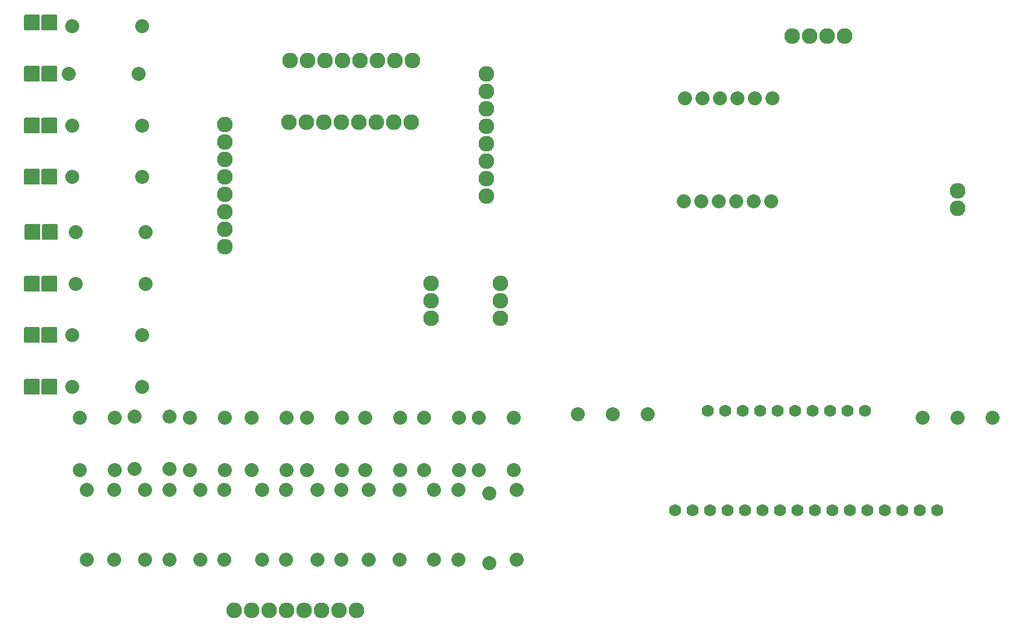
<source format=gbr>
G04 PROTEUS RS274X GERBER FILE*
%FSLAX45Y45*%
%MOMM*%
G01*
%AMPPAD009*
4,1,36,
-1.016000,1.143000,
1.016000,1.143000,
1.041970,1.140470,
1.065980,1.133200,
1.087580,1.121650,
1.106290,1.106290,
1.121650,1.087570,
1.133200,1.065980,
1.140470,1.041970,
1.143000,1.016000,
1.143000,-1.016000,
1.140470,-1.041970,
1.133200,-1.065980,
1.121650,-1.087570,
1.106290,-1.106290,
1.087580,-1.121650,
1.065980,-1.133200,
1.041970,-1.140470,
1.016000,-1.143000,
-1.016000,-1.143000,
-1.041970,-1.140470,
-1.065980,-1.133200,
-1.087580,-1.121650,
-1.106290,-1.106290,
-1.121650,-1.087570,
-1.133200,-1.065980,
-1.140470,-1.041970,
-1.143000,-1.016000,
-1.143000,1.016000,
-1.140470,1.041970,
-1.133200,1.065980,
-1.121650,1.087570,
-1.106290,1.106290,
-1.087580,1.121650,
-1.065980,1.133200,
-1.041970,1.140470,
-1.016000,1.143000,
0*%
%ADD19PPAD009*%
%ADD13C,2.032000*%
%ADD70C,2.286000*%
%ADD12C,1.778000*%
D19*
X+550000Y+9250000D03*
X+804000Y+9250000D03*
X+550000Y+8500000D03*
X+804000Y+8500000D03*
X+550000Y+7750000D03*
X+804000Y+7750000D03*
X+550000Y+7000000D03*
X+804000Y+7000000D03*
X+554000Y+6200000D03*
X+808000Y+6200000D03*
X+550000Y+5450000D03*
X+804000Y+5450000D03*
X+550000Y+4700000D03*
X+804000Y+4700000D03*
X+550000Y+3950000D03*
X+804000Y+3950000D03*
D13*
X+10021300Y+6651400D03*
X+10275300Y+6651400D03*
X+10529300Y+6651400D03*
X+10783300Y+6651400D03*
X+11037300Y+6651400D03*
X+11291300Y+6651400D03*
X+10034000Y+8150000D03*
X+10288000Y+8150000D03*
X+10542000Y+8150000D03*
X+10796000Y+8150000D03*
X+11050000Y+8150000D03*
X+11304000Y+8150000D03*
D70*
X+7150000Y+8500000D03*
X+7150000Y+8246000D03*
X+7150000Y+7992000D03*
X+7150000Y+7738000D03*
X+7150000Y+7484000D03*
X+7150000Y+7230000D03*
X+7150000Y+6976000D03*
X+7150000Y+6722000D03*
X+11600000Y+9050000D03*
X+11854000Y+9050000D03*
X+12108000Y+9050000D03*
X+12362000Y+9050000D03*
X+6058000Y+7800000D03*
X+5804000Y+7800000D03*
X+5550000Y+7800000D03*
X+5296000Y+7800000D03*
X+5042000Y+7800000D03*
X+4788000Y+7800000D03*
X+4534000Y+7800000D03*
X+4280000Y+7800000D03*
X+4296000Y+8700000D03*
X+4550000Y+8700000D03*
X+4804000Y+8700000D03*
X+5058000Y+8700000D03*
X+5312000Y+8700000D03*
X+5566000Y+8700000D03*
X+5820000Y+8700000D03*
X+6074000Y+8700000D03*
D12*
X+9896000Y+2150000D03*
X+10150000Y+2150000D03*
X+10404000Y+2150000D03*
X+10658000Y+2150000D03*
X+10912000Y+2150000D03*
X+11166000Y+2150000D03*
X+11420000Y+2150000D03*
X+11674000Y+2150000D03*
X+11928000Y+2150000D03*
X+12182000Y+2150000D03*
X+12436000Y+2150000D03*
X+12690000Y+2150000D03*
X+12944000Y+2150000D03*
X+13198000Y+2150000D03*
X+13452000Y+2150000D03*
X+13706000Y+2150000D03*
X+12658000Y+3600000D03*
X+12404000Y+3600000D03*
X+12150000Y+3600000D03*
X+11896000Y+3600000D03*
X+11642000Y+3600000D03*
X+11388000Y+3600000D03*
X+11134000Y+3600000D03*
X+10880000Y+3600000D03*
X+10626000Y+3600000D03*
X+10372000Y+3600000D03*
D70*
X+14000000Y+6800000D03*
X+14000000Y+6546000D03*
X+6350000Y+4946000D03*
X+6350000Y+5200000D03*
X+6350000Y+5454000D03*
X+3350000Y+7762000D03*
X+3350000Y+7508000D03*
X+3350000Y+7254000D03*
X+3350000Y+7000000D03*
X+3350000Y+6746000D03*
X+3350000Y+6492000D03*
X+3350000Y+6238000D03*
X+3350000Y+5984000D03*
X+5266000Y+700000D03*
X+5012000Y+700000D03*
X+4758000Y+700000D03*
X+4504000Y+700000D03*
X+4250000Y+700000D03*
X+3996000Y+700000D03*
X+3742000Y+700000D03*
X+3488000Y+700000D03*
D13*
X+1242000Y+3500000D03*
X+1750000Y+3500000D03*
X+1242000Y+2738000D03*
X+1750000Y+2738000D03*
X+2034000Y+3512000D03*
X+2542000Y+3512000D03*
X+2034000Y+2750000D03*
X+2542000Y+2750000D03*
X+2842000Y+3500000D03*
X+3350000Y+3500000D03*
X+2842000Y+2738000D03*
X+3350000Y+2738000D03*
X+3742000Y+3500000D03*
X+4250000Y+3500000D03*
X+3742000Y+2738000D03*
X+4250000Y+2738000D03*
X+4542000Y+3500000D03*
X+5050000Y+3500000D03*
X+4542000Y+2738000D03*
X+5050000Y+2738000D03*
X+5392000Y+3500000D03*
X+5900000Y+3500000D03*
X+5392000Y+2738000D03*
X+5900000Y+2738000D03*
X+6242000Y+3500000D03*
X+6750000Y+3500000D03*
X+6242000Y+2738000D03*
X+6750000Y+2738000D03*
X+7042000Y+3500000D03*
X+7550000Y+3500000D03*
X+7042000Y+2738000D03*
X+7550000Y+2738000D03*
X+2150000Y+3950000D03*
X+1134000Y+3950000D03*
X+2150000Y+4700000D03*
X+1134000Y+4700000D03*
X+2200000Y+5450000D03*
X+1184000Y+5450000D03*
X+2200000Y+6200000D03*
X+1184000Y+6200000D03*
X+2150000Y+7000000D03*
X+1134000Y+7000000D03*
X+2150000Y+7750000D03*
X+1134000Y+7750000D03*
X+2100000Y+8500000D03*
X+1084000Y+8500000D03*
X+2150000Y+9200000D03*
X+1134000Y+9200000D03*
X+7192000Y+2400000D03*
X+7192000Y+1384000D03*
X+6392000Y+2450000D03*
X+6392000Y+1434000D03*
X+5892000Y+2450000D03*
X+5892000Y+1434000D03*
X+5042000Y+2450000D03*
X+5042000Y+1434000D03*
X+4242000Y+2450000D03*
X+4242000Y+1434000D03*
X+3342000Y+2450000D03*
X+3342000Y+1434000D03*
X+2542000Y+2450000D03*
X+2542000Y+1434000D03*
X+1342000Y+2450000D03*
X+1342000Y+1434000D03*
X+1742000Y+2450000D03*
X+1742000Y+1434000D03*
X+2192000Y+2450000D03*
X+2192000Y+1434000D03*
X+2992000Y+2450000D03*
X+2992000Y+1434000D03*
X+3892000Y+2450000D03*
X+3892000Y+1434000D03*
X+4692000Y+2450000D03*
X+4692000Y+1434000D03*
X+5442000Y+2450000D03*
X+5442000Y+1434000D03*
X+6742000Y+2450000D03*
X+6742000Y+1434000D03*
X+7592000Y+2450000D03*
X+7592000Y+1434000D03*
X+8484000Y+3550000D03*
X+8992000Y+3550000D03*
X+9500000Y+3550000D03*
X+13492000Y+3500000D03*
X+14000000Y+3500000D03*
X+14508000Y+3500000D03*
D70*
X+7350000Y+5454000D03*
X+7350000Y+5200000D03*
X+7350000Y+4946000D03*
M02*

</source>
